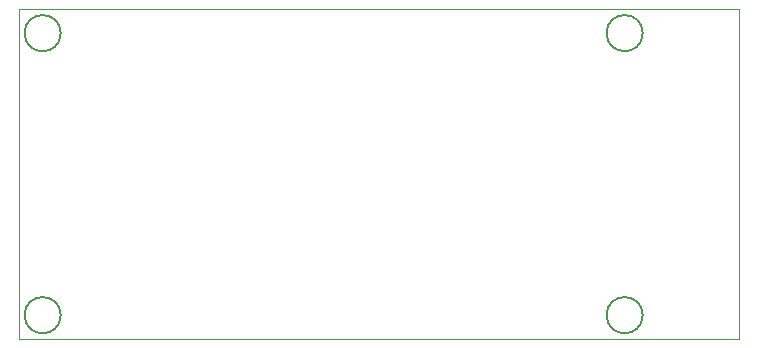
<source format=gm1>
%TF.GenerationSoftware,KiCad,Pcbnew,(5.1.5)-3*%
%TF.CreationDate,2021-02-13T19:55:16+01:00*%
%TF.ProjectId,PSACANBridgeHW_v11,50534156-616e-4436-916e-427269646765,rev?*%
%TF.SameCoordinates,Original*%
%TF.FileFunction,Profile,NP*%
%FSLAX46Y46*%
G04 Gerber Fmt 4.6, Leading zero omitted, Abs format (unit mm)*
G04 Created by KiCad (PCBNEW (5.1.5)-3) date 2021-02-13 19:55:16*
%MOMM*%
%LPD*%
G04 APERTURE LIST*
%ADD10C,0.150000*%
%ADD11C,0.100000*%
G04 APERTURE END LIST*
D10*
X169423283Y-117856000D02*
G75*
G03X169423283Y-117856000I-1529283J0D01*
G01*
X169423283Y-141737282D02*
G75*
G03X169423283Y-141737282I-1529283J0D01*
G01*
X120147283Y-141737282D02*
G75*
G03X120147283Y-141737282I-1529283J0D01*
G01*
X120147283Y-117861282D02*
G75*
G03X120147283Y-117861282I-1529283J0D01*
G01*
D11*
X177546000Y-115824000D02*
X177546000Y-143764000D01*
X116586000Y-115824000D02*
X177546000Y-115824000D01*
X116586000Y-143764000D02*
X116586000Y-115824000D01*
X177546000Y-143764000D02*
X116586000Y-143764000D01*
M02*

</source>
